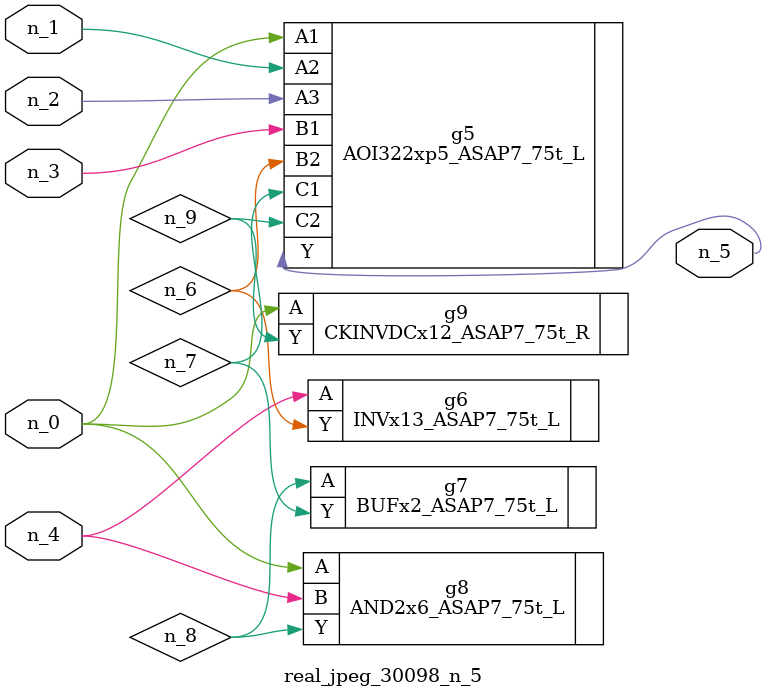
<source format=v>
module real_jpeg_30098_n_5 (n_4, n_0, n_1, n_2, n_3, n_5);

input n_4;
input n_0;
input n_1;
input n_2;
input n_3;

output n_5;

wire n_8;
wire n_6;
wire n_7;
wire n_9;

AOI322xp5_ASAP7_75t_L g5 ( 
.A1(n_0),
.A2(n_1),
.A3(n_2),
.B1(n_3),
.B2(n_6),
.C1(n_7),
.C2(n_9),
.Y(n_5)
);

AND2x6_ASAP7_75t_L g8 ( 
.A(n_0),
.B(n_4),
.Y(n_8)
);

CKINVDCx12_ASAP7_75t_R g9 ( 
.A(n_0),
.Y(n_9)
);

INVx13_ASAP7_75t_L g6 ( 
.A(n_4),
.Y(n_6)
);

BUFx2_ASAP7_75t_L g7 ( 
.A(n_8),
.Y(n_7)
);


endmodule
</source>
